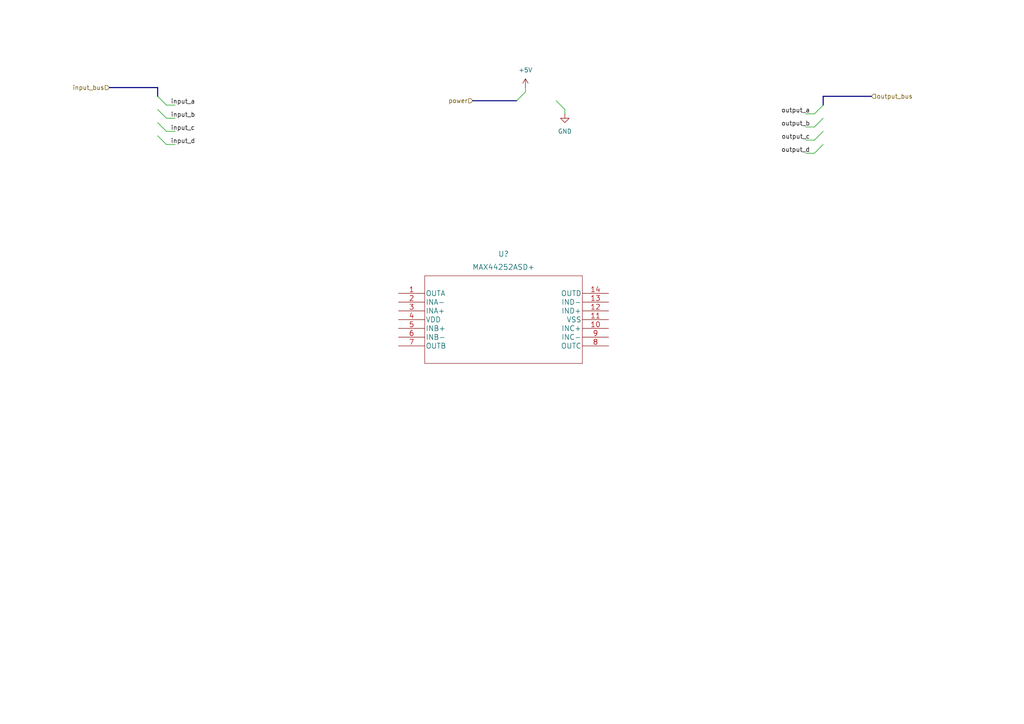
<source format=kicad_sch>
(kicad_sch (version 20210621) (generator eeschema)
  (paper "A4")
  (lib_symbols
    (symbol "MAX44252ASD-:MAX44252ASD+" (pin_names (offset 0.254))
      (property "Reference" "U" (at 30.48 10.16 0))
      (property "Value" "MAX44252ASD+" (at 30.48 7.62 0))
      (symbol "MAX44252ASD+_1_1"
        (polyline (pts (xy 7.62 -20.32) (xy 53.34 -20.32)) (stroke (width 0.127)))
        (polyline (pts (xy 7.62 5.08) (xy 7.62 -20.32)) (stroke (width 0.127)))
        (polyline (pts (xy 53.34 -20.32) (xy 53.34 5.08)) (stroke (width 0.127)))
        (polyline (pts (xy 53.34 5.08) (xy 7.62 5.08)) (stroke (width 0.127)))
        (pin output line (at 0 0 0) (length 7.62) (name "OUTA") (number "1"))
        (pin input line (at 60.96 -10.16 180) (length 7.62) (name "INC+") (number "10"))
        (pin power_in line (at 60.96 -7.62 180) (length 7.62) (name "VSS") (number "11"))
        (pin input line (at 60.96 -5.08 180) (length 7.62) (name "IND+") (number "12"))
        (pin input line (at 60.96 -2.54 180) (length 7.62) (name "IND-") (number "13"))
        (pin output line (at 60.96 0 180) (length 7.62) (name "OUTD") (number "14"))
        (pin input line (at 0 -2.54 0) (length 7.62) (name "INA-") (number "2"))
        (pin input line (at 0 -5.08 0) (length 7.62) (name "INA+") (number "3"))
        (pin power_in line (at 0 -7.62 0) (length 7.62) (name "VDD") (number "4"))
        (pin input line (at 0 -10.16 0) (length 7.62) (name "INB+") (number "5"))
        (pin input line (at 0 -12.7 0) (length 7.62) (name "INB-") (number "6"))
        (pin output line (at 0 -15.24 0) (length 7.62) (name "OUTB") (number "7"))
        (pin output line (at 60.96 -15.24 180) (length 7.62) (name "OUTC") (number "8"))
        (pin input line (at 60.96 -12.7 180) (length 7.62) (name "INC-") (number "9"))
      )
    )
    (symbol "power:+5V" (power) (pin_names (offset 0))
      (property "Value" "+5V" (at 0 3.556 0))
      (symbol "+5V_0_1"
        (polyline (pts (xy -0.762 1.27) (xy 0 2.54)))
        (polyline (pts (xy 0 0) (xy 0 2.54)))
        (polyline (pts (xy 0 2.54) (xy 0.762 1.27)))
      )
      (symbol "+5V_1_1"
        (pin power_in line (at 0 0 90) (length 0) hide (name "+5V") (number "1"))
      )
    )
    (symbol "power:GND" (power) (pin_names (offset 0))
      (property "Value" "GND" (at 0 -3.81 0))
      (symbol "GND_0_1"
        (polyline (pts (xy 0 0) (xy 0 -1.27) (xy 1.27 -1.27) (xy 0 -2.54) (xy -1.27 -1.27) (xy 0 -1.27)))
      )
      (symbol "GND_1_1"
        (pin power_in line (at 0 0 270) (length 0) hide (name "GND") (number "1"))
      )
    )
  )
  (bus_entry (at 45.72 27.94) (size 2.54 2.54))
  (bus_entry (at 45.72 31.75) (size 2.54 2.54))
  (bus_entry (at 45.72 35.56) (size 2.54 2.54))
  (bus_entry (at 45.72 39.37) (size 2.54 2.54))
  (bus_entry (at 149.86 29.21) (size 2.54 -2.54))
  (bus_entry (at 161.29 29.21) (size 2.54 2.54))
  (bus_entry (at 238.76 30.48) (size -2.54 2.54))
  (bus_entry (at 238.76 34.29) (size -2.54 2.54))
  (bus_entry (at 238.76 38.1) (size -2.54 2.54))
  (bus_entry (at 238.76 41.91) (size -2.54 2.54))
  (wire (pts (xy 48.26 30.48) (xy 50.8 30.48)))
  (wire (pts (xy 48.26 34.29) (xy 50.8 34.29)))
  (wire (pts (xy 48.26 38.1) (xy 50.8 38.1)))
  (wire (pts (xy 48.26 41.91) (xy 50.8 41.91)))
  (wire (pts (xy 152.4 25.4) (xy 152.4 26.67)))
  (wire (pts (xy 163.83 31.75) (xy 163.83 33.02)))
  (wire (pts (xy 236.22 33.02) (xy 233.68 33.02)))
  (wire (pts (xy 236.22 36.83) (xy 233.68 36.83)))
  (wire (pts (xy 236.22 40.64) (xy 233.68 40.64)))
  (wire (pts (xy 236.22 44.45) (xy 233.68 44.45)))
  (bus (pts (xy 31.75 25.4) (xy 45.72 25.4)))
  (bus (pts (xy 45.72 25.4) (xy 45.72 39.37)))
  (bus (pts (xy 137.16 29.21) (xy 161.29 29.21)))
  (bus (pts (xy 238.76 27.94) (xy 238.76 41.91)))
  (bus (pts (xy 252.73 27.94) (xy 238.76 27.94)))
  (label "input_a" (at 49.53 30.48 0))
  (label "input_b" (at 49.53 34.29 0))
  (label "input_c" (at 49.53 38.1 0))
  (label "input_d" (at 49.53 41.91 0))
  (label "output_a" (at 234.95 33.02 180))
  (label "output_b" (at 234.95 36.83 180))
  (label "output_c" (at 234.95 40.64 180))
  (label "output_d" (at 234.95 44.45 180))
  (hierarchical_label "input_bus" (shape input) (at 31.75 25.4 180))
  (hierarchical_label "power" (shape input) (at 137.16 29.21 180))
  (hierarchical_label "output_bus" (shape input) (at 252.73 27.94 0))
  (symbol (lib_id "power:+5V") (at 152.4 25.4 0) (unit 1)
    (property "Reference" "#PWR?" (effects hide))
    (property "Value" "+5V" (at 152.4 20.32 0))
  )
  (symbol (lib_id "power:GND") (at 163.83 33.02 0) (unit 1)
    (property "Reference" "#PWR?" (effects hide))
    (property "Value" "GND" (at 163.83 38.1 0))
  )
  (symbol (lib_id "MAX44252ASD-:MAX44252ASD+") (at 115.57 85.09 0) (unit 1)
    (property "Reference" "U?" (at 146.05 73.66 0) (effects (font (size 1.524 1.524))))
    (property "Value" "MAX44252ASD+" (at 146.05 77.47 0) (effects (font (size 1.524 1.524))))
    (property "Footprint" "21-0041B_14_MXM" (effects hide))
  )
)
</source>
